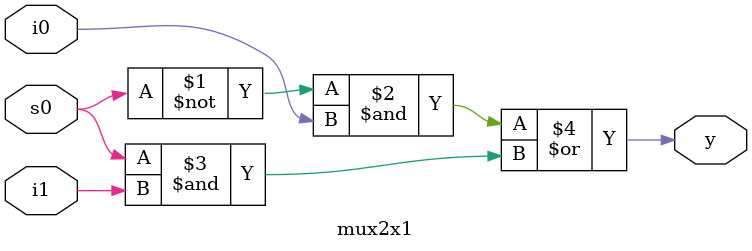
<source format=v>
module mux2x1(
    input i0,i1,s0,
    output y
);

assign y = (~s0&i0) | (s0&i1);

endmodule

</source>
